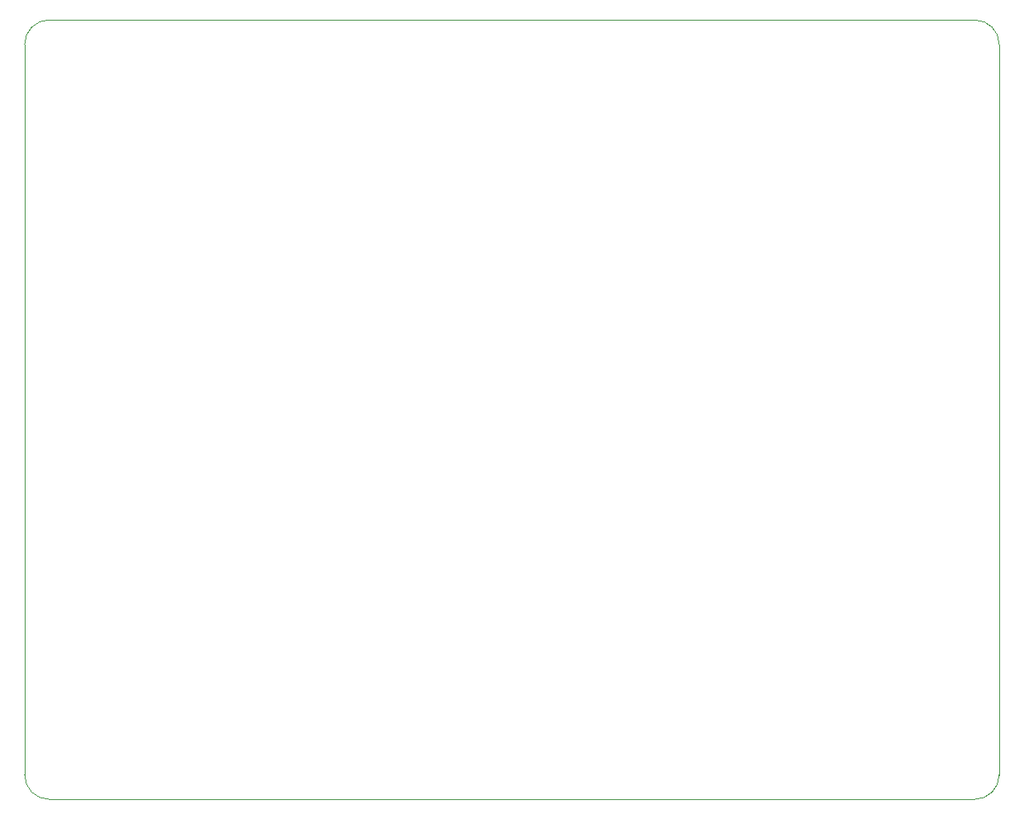
<source format=gbr>
%TF.GenerationSoftware,KiCad,Pcbnew,5.1.8*%
%TF.CreationDate,2020-12-13T17:35:10-05:00*%
%TF.ProjectId,h_attiny10_programmer,685f6174-7469-46e7-9931-305f70726f67,rev?*%
%TF.SameCoordinates,PXbebc200PY2faf080*%
%TF.FileFunction,Profile,NP*%
%FSLAX46Y46*%
G04 Gerber Fmt 4.6, Leading zero omitted, Abs format (unit mm)*
G04 Created by KiCad (PCBNEW 5.1.8) date 2020-12-13 17:35:10*
%MOMM*%
%LPD*%
G01*
G04 APERTURE LIST*
%TA.AperFunction,Profile*%
%ADD10C,0.050000*%
%TD*%
G04 APERTURE END LIST*
D10*
X-2500000Y0D02*
G75*
G02*
X0Y-2500000I0J-2500000D01*
G01*
X0Y-77500000D02*
G75*
G02*
X-2500000Y-80000000I-2500000J0D01*
G01*
X-97500000Y-80000000D02*
G75*
G02*
X-100000000Y-77500000I0J2500000D01*
G01*
X-100000000Y-2500000D02*
G75*
G02*
X-97500000Y0I2500000J0D01*
G01*
X-100000000Y-77500000D02*
X-100000000Y-2500000D01*
X-2500000Y-80000000D02*
X-97500000Y-80000000D01*
X0Y-2500000D02*
X0Y-77500000D01*
X-97500000Y0D02*
X-2500000Y0D01*
M02*

</source>
